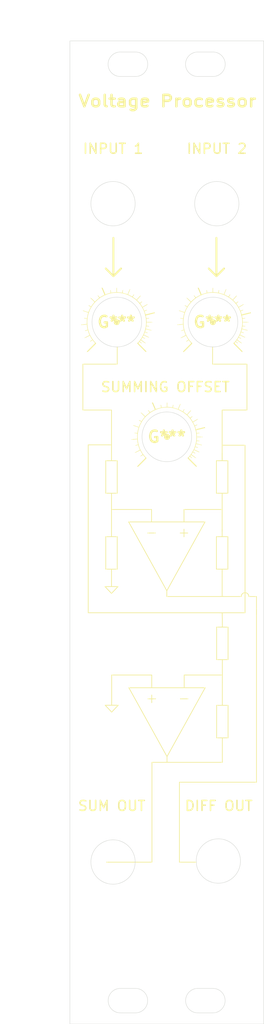
<source format=kicad_pcb>
(kicad_pcb (version 20240108) (generator "pcbnew") (generator_version "8.0")
  (title_block (title "Voltage Processor") (date "2024-07-28") (rev "0.1") (company "joppeboeve.nl"))
  (layers (0 "F.Cu" signal) (31 "B.Cu" signal) (34 "B.Paste" user) (35 "F.Paste" user) (36 "B.SilkS" user "B.Silkscreen") (37 "F.SilkS" user "F.Silkscreen") (38 "B.Mask" user) (39 "F.Mask" user) (44 "Edge.Cuts" user))
  (net 0 "")
  (footprint "LOGO" (layer "F.Cu") (at 66.1 96.75)
    (property "Reference" "G***" (at 0 0 0) (layer "F.SilkS") (effects (font (size 1.5 1.5) (thickness 0.3))))
    (property "Value" "LOGO" (hide yes))
  )
  (footprint "LOGO" (layer "F.Cu") (at 78.7 96.75)
    (property "Reference" "G***" (at 0 0 0) (layer "F.SilkS") (effects (font (size 1.5 1.5) (thickness 0.3))))
    (property "Value" "LOGO" (hide yes))
  )
  (footprint "LOGO" (layer "F.Cu") (at 72.7 111.75)
    (property "Reference" "G***" (at 0 0 0) (layer "F.SilkS") (effects (font (size 1.5 1.5) (thickness 0.3))))
    (property "Value" "LOGO" (hide yes))
  )
  (gr_line (start 65.45 124.125) (end 65.45 122.125) (stroke (width 0.1)) (layer "F.SilkS"))
  (gr_line (start 67.725 144.55) (end 72.725 153.55) (stroke (width 0.1)) (layer "F.SilkS"))
  (gr_line (start 82.95 112.85) (end 82.95 134.75) (stroke (width 0.1)) (layer "F.SilkS"))
  (gr_line (start 80.725 140.875) (end 80.725 136.625) (stroke (width 0.1)) (layer "F.SilkS"))
  (gr_line (start 82.95 134.75) (end 79.95 134.75) (stroke (width 0.1)) (layer "F.SilkS"))
  (gr_line (start 66.2 114.875) (end 64.7 114.875) (stroke (width 0.1)) (layer "F.SilkS"))
  (gr_line (start 84.45 132.625) (end 84.45 134.975) (stroke (width 0.1)) (layer "F.SilkS"))
  (gr_line (start 80.725 151.1) (end 80.725 146.85) (stroke (width 0.1)) (layer "F.SilkS"))
  (gr_line (start 74.975 142.8875) (end 74.975 144.5125) (stroke (width 0.1)) (layer "F.SilkS"))
  (gr_line (start 79.2 124.8) (end 79.2 129.05) (stroke (width 0.1)) (layer "F.SilkS"))
  (gr_line (start 65.7 90.75) (end 66.7 89.75) (stroke (width 0.25)) (layer "F.SilkS"))
  (gr_line (start 77.725 144.55) (end 72.725 153.55) (stroke (width 0.1)) (layer "F.SilkS"))
  (gr_line (start 65.4 112.8) (end 62.4 112.8) (stroke (width 0.1)) (layer "F.SilkS"))
  (gr_line (start 79.975 135.625) (end 79.975 136.625) (stroke (width 0.1)) (layer "F.SilkS"))
  (gr_line (start 67.7 122.875) (end 72.7 131.875) (stroke (width 0.1)) (layer "F.SilkS"))
  (gr_line (start 80.725 146.85) (end 79.225 146.85) (stroke (width 0.1)) (layer "F.SilkS"))
  (gr_line (start 79.95 113.875) (end 79.95 114.875) (stroke (width 0.1)) (layer "F.SilkS"))
  (gr_line (start 66.2 119.125) (end 66.2 114.875) (stroke (width 0.1)) (layer "F.SilkS"))
  (gr_line (start 79.225 151.1) (end 80.725 151.1) (stroke (width 0.1)) (layer "F.SilkS"))
  (gr_line (start 65.475 147.7375) (end 66.325 146.8375) (stroke (width 0.1)) (layer "F.SilkS"))
  (gr_line (start 79.95 108.25) (end 79.95 114.875) (stroke (width 0.1)) (layer "F.SilkS"))
  (gr_line (start 76.55 167.35) (end 74.35 167.35) (stroke (width 0.1)) (layer "F.SilkS"))
  (gr_line (start 70.725 142.8875) (end 65.475 142.8875) (stroke (width 0.1)) (layer "F.SilkS"))
  (gr_line (start 80.725 136.625) (end 79.225 136.625) (stroke (width 0.1)) (layer "F.SilkS"))
  (gr_line (start 79.975 152.05) (end 79.975 154.3) (stroke (width 0.1)) (layer "F.SilkS"))
  (gr_line (start 74.35 167.35) (end 74.35 156.9) (stroke (width 0.1)) (layer "F.SilkS"))
  (gr_line (start 78.7 102.25) (end 78.7 100) (stroke (width 0.1)) (layer "F.SilkS"))
  (gr_line (start 65.45 108.25) (end 65.45 110.75) (stroke (width 0.1)) (layer "F.SilkS"))
  (gr_line (start 79.975 143.875) (end 79.975 141.875) (stroke (width 0.1)) (layer "F.SilkS"))
  (gr_line (start 74.475 146) (end 75.475 146) (stroke (width 0.1)) (layer "F.SilkS"))
  (gr_line (start 70.7 121.25) (end 65.45 121.25) (stroke (width 0.1)) (layer "F.SilkS"))
  (gr_line (start 72.7 131.875) (end 72.7 132.625) (stroke (width 0.1)) (layer "F.SilkS"))
  (gr_line (start 80.7 119.125) (end 80.7 114.875) (stroke (width 0.1)) (layer "F.SilkS"))
  (gr_line (start 79.975 152.1) (end 79.975 151.1) (stroke (width 0.1)) (layer "F.SilkS"))
  (gr_line (start 70.75 167.35) (end 64.799947 167.35) (stroke (width 0.1)) (layer "F.SilkS"))
  (gr_line (start 64.7 119.125) (end 66.2 119.125) (stroke (width 0.1)) (layer "F.SilkS"))
  (gr_line (start 66.2 102.25) (end 66.2 100) (stroke (width 0.1)) (layer "F.SilkS"))
  (gr_line (start 74.95 123.825) (end 74.95 124.825) (stroke (width 0.1)) (layer "F.SilkS"))
  (gr_line (start 70.7 121.25) (end 70.7 122.875) (stroke (width 0.1)) (layer "F.SilkS"))
  (gr_line (start 62.4 134.75) (end 62.4 112.8) (stroke (width 0.1)) (layer "F.SilkS"))
  (gr_line (start 70.75 167.35) (end 70.75 154.3) (stroke (width 0.1)) (layer "F.SilkS"))
  (gr_line (start 83.2 108.25) (end 79.95 108.25) (stroke (width 0.1)) (layer "F.SilkS"))
  (gr_line (start 61.7 108.25) (end 61.7 102.25) (stroke (width 0.1)) (layer "F.SilkS"))
  (gr_line (start 64.625 146.8375) (end 65.475 147.7375) (stroke (width 0.1)) (layer "F.SilkS"))
  (gr_line (start 79.95 124.125) (end 79.95 122.125) (stroke (width 0.1)) (layer "F.SilkS"))
  (gr_line (start 79.975 141.875) (end 79.975 140.875) (stroke (width 0.1)) (layer "F.SilkS"))
  (gr_line (start 65.45 122.125) (end 65.45 120.125) (stroke (width 0.1)) (layer "F.SilkS"))
  (gr_line (start 65.45 132.225) (end 66.3 131.325) (stroke (width 0.1)) (layer "F.SilkS"))
  (gr_line (start 65.45 114.875) (end 65.45 110.75) (stroke (width 0.1)) (layer "F.SilkS"))
  (gr_line (start 79.95 134.75) (end 62.4 134.75) (stroke (width 0.1)) (layer "F.SilkS"))
  (gr_line (start 79.95 132.625) (end 82.45 132.625) (stroke (width 0.1)) (layer "F.SilkS"))
  (gr_line (start 77.7 122.875) (end 72.7 131.875) (stroke (width 0.1)) (layer "F.SilkS"))
  (gr_line (start 72.725 153.55) (end 72.725 154.3) (stroke (width 0.1)) (layer "F.SilkS"))
  (gr_line (start 67.7 122.875) (end 77.7 122.875) (stroke (width 0.1)) (layer "F.SilkS"))
  (gr_line (start 65.475 146.8375) (end 65.475 142.8875) (stroke (width 0.1)) (layer "F.SilkS"))
  (gr_line (start 79.95 120.125) (end 79.95 119.125) (stroke (width 0.1)) (layer "F.SilkS"))
  (gr_line (start 78.7 102.25) (end 83.2 102.25) (stroke (width 0.1)) (layer "F.SilkS"))
  (gr_line (start 74.95 121.25) (end 74.95 122.875) (stroke (width 0.1)) (layer "F.SilkS"))
  (gr_line (start 65.7 90.75) (end 64.7 89.75) (stroke (width 0.25)) (layer "F.SilkS"))
  (gr_line (start 74.45 124.325) (end 75.45 124.325) (stroke (width 0.1)) (layer "F.SilkS"))
  (gr_line (start 70.725 142.8875) (end 70.725 144.5125) (stroke (width 0.1)) (layer "F.SilkS"))
  (gr_line (start 64.6 131.325) (end 66.3 131.325) (stroke (width 0.1)) (layer "F.SilkS"))
  (gr_line (start 79.975 142.8875) (end 74.975 142.8875) (stroke (width 0.1)) (layer "F.SilkS"))
  (gr_line (start 64.625 146.8375) (end 66.325 146.8375) (stroke (width 0.1)) (layer "F.SilkS"))
  (gr_line (start 79.95 123.8) (end 79.95 124.8) (stroke (width 0.1)) (layer "F.SilkS"))
  (gr_line (start 79.225 136.625) (end 79.225 140.875) (stroke (width 0.1)) (layer "F.SilkS"))
  (gr_line (start 65.45 120.125) (end 65.45 119.125) (stroke (width 0.1)) (layer "F.SilkS"))
  (gr_line (start 79.2 90.75) (end 78.2 89.75) (stroke (width 0.25)) (layer "F.SilkS"))
  (gr_line (start 64.7 124.8) (end 64.7 129.05) (stroke (width 0.1)) (layer "F.SilkS"))
  (gr_line (start 79.2 114.875) (end 79.2 119.125) (stroke (width 0.1)) (layer "F.SilkS"))
  (gr_line (start 79.225 146.85) (end 79.225 151.1) (stroke (width 0.1)) (layer "F.SilkS"))
  (gr_line (start 66.2 129.05) (end 66.2 124.8) (stroke (width 0.1)) (layer "F.SilkS"))
  (gr_line (start 79.95 121.25) (end 74.95 121.25) (stroke (width 0.1)) (layer "F.SilkS"))
  (gr_line (start 66.2 124.8) (end 64.7 124.8) (stroke (width 0.1)) (layer "F.SilkS"))
  (gr_line (start 79.2 90.75) (end 80.2 89.75) (stroke (width 0.25)) (layer "F.SilkS"))
  (gr_line (start 79.225 140.875) (end 80.725 140.875) (stroke (width 0.1)) (layer "F.SilkS"))
  (gr_line (start 80.7 129.05) (end 80.7 124.8) (stroke (width 0.1)) (layer "F.SilkS"))
  (gr_line (start 70.2 124.325) (end 71.2 124.325) (stroke (width 0.1)) (layer "F.SilkS"))
  (gr_line (start 84.45 134.374986) (end 84.45 156.9) (stroke (width 0.1)) (layer "F.SilkS"))
  (gr_line (start 83.45 132.625) (end 84.45 132.625) (stroke (width 0.1)) (layer "F.SilkS"))
  (gr_line (start 70.225 146) (end 71.225 146) (stroke (width 0.1)) (layer "F.SilkS"))
  (gr_line (start 80.7 114.875) (end 79.2 114.875) (stroke (width 0.1)) (layer "F.SilkS"))
  (gr_line (start 72.725 154.3) (end 70.75 154.3) (stroke (width 0.1)) (layer "F.SilkS"))
  (gr_line (start 64.7 114.875) (end 64.7 119.125) (stroke (width 0.1)) (layer "F.SilkS"))
  (gr_line (start 74.35 156.9) (end 84.45 156.9) (stroke (width 0.1)) (layer "F.SilkS"))
  (gr_line (start 80.7 124.8) (end 79.2 124.8) (stroke (width 0.1)) (layer "F.SilkS"))
  (gr_line (start 79.95 130.05) (end 79.95 129.05) (stroke (width 0.1)) (layer "F.SilkS"))
  (gr_line (start 65.45 113.875) (end 65.45 114.875) (stroke (width 0.1)) (layer "F.SilkS"))
  (gr_line (start 61.7 108.25) (end 65.45 108.25) (stroke (width 0.1)) (layer "F.SilkS"))
  (gr_line (start 79.2 119.125) (end 80.7 119.125) (stroke (width 0.1)) (layer "F.SilkS"))
  (gr_line (start 64.6 131.325) (end 65.45 132.225) (stroke (width 0.1)) (layer "F.SilkS"))
  (gr_line (start 79.95 112.85) (end 82.95 112.85) (stroke (width 0.1)) (layer "F.SilkS"))
  (gr_arc (start 82.45 132.625) (mid 82.95 132.125) (end 83.45 132.625) (stroke (width 0.1)) (layer "F.SilkS"))
  (gr_line (start 65.45 131.325) (end 65.45 129.05) (stroke (width 0.1)) (layer "F.SilkS"))
  (gr_line (start 79.2 129.05) (end 80.7 129.05) (stroke (width 0.1)) (layer "F.SilkS"))
  (gr_line (start 83.2 108.25) (end 83.2 102.25) (stroke (width 0.1)) (layer "F.SilkS"))
  (gr_line (start 65.7 85.75) (end 65.7 90.75) (stroke (width 0.25)) (layer "F.SilkS"))
  (gr_line (start 79.95 134.75) (end 79.975 135.625) (stroke (width 0.1)) (layer "F.SilkS"))
  (gr_line (start 64.7 129.05) (end 66.2 129.05) (stroke (width 0.1)) (layer "F.SilkS"))
  (gr_line (start 79.95 130.05) (end 79.95 132.625) (stroke (width 0.1)) (layer "F.SilkS"))
  (gr_line (start 72.7 132.625) (end 79.95 132.625) (stroke (width 0.1)) (layer "F.SilkS"))
  (gr_line (start 79.975 145.8) (end 79.975 143.8) (stroke (width 0.1)) (layer "F.SilkS"))
  (gr_line (start 79.975 145.85) (end 79.975 146.85) (stroke (width 0.1)) (layer "F.SilkS"))
  (gr_line (start 79.95 122.125) (end 79.95 120.125) (stroke (width 0.1)) (layer "F.SilkS"))
  (gr_line (start 72.725 154.3) (end 79.975 154.3) (stroke (width 0.1)) (layer "F.SilkS"))
  (gr_line (start 70.725 145.5) (end 70.725 146.5) (stroke (width 0.1)) (layer "F.SilkS"))
  (gr_line (start 65.45 123.8) (end 65.45 124.8) (stroke (width 0.1)) (layer "F.SilkS"))
  (gr_line (start 67.725 144.55) (end 77.725 144.55) (stroke (width 0.1)) (layer "F.SilkS"))
  (gr_line (start 79.2 85.75) (end 79.2 90.75) (stroke (width 0.25)) (layer "F.SilkS"))
  (gr_line (start 66.2 102.25) (end 61.7 102.25) (stroke (width 0.1)) (layer "F.SilkS"))
  (gr_arc (start 68.6 61.45) (mid 70.2 63.05) (end 68.6 64.65) (stroke (width 0.05)) (layer "Edge.Cuts"))
  (gr_circle (center 72.7 111.75) (end 75.95 111.75) (stroke (width 0.05)) (fill none) (layer "Edge.Cuts"))
  (gr_line (start 66.6 187.05) (end 68.6 187.05) (stroke (width 0.05)) (layer "Edge.Cuts"))
  (gr_line (start 85.4 60) (end 85.4 188.5) (stroke (width 0.05)) (layer "Edge.Cuts"))
  (gr_line (start 76.75 64.65) (end 78.75 64.65) (stroke (width 0.05)) (layer "Edge.Cuts"))
  (gr_line (start 60 60) (end 85.4 60) (stroke (width 0.05)) (layer "Edge.Cuts"))
  (gr_line (start 76.75 187.05) (end 78.75 187.05) (stroke (width 0.05)) (layer "Edge.Cuts"))
  (gr_arc (start 76.75 187.05) (mid 75.15 185.45) (end 76.75 183.85) (stroke (width 0.05)) (layer "Edge.Cuts"))
  (gr_line (start 78.75 61.45) (end 76.75 61.45) (stroke (width 0.05)) (layer "Edge.Cuts"))
  (gr_circle (center 79.45 167.2) (end 82.35 167.2) (stroke (width 0.05)) (fill none) (layer "Edge.Cuts"))
  (gr_circle (center 79.25 81.275) (end 82.15 81.275) (stroke (width 0.05)) (fill none) (layer "Edge.Cuts"))
  (gr_arc (start 68.6 183.85) (mid 70.2 185.45) (end 68.6 187.05) (stroke (width 0.05)) (layer "Edge.Cuts"))
  (gr_circle (center 78.75 96.75) (end 82 96.75) (stroke (width 0.05)) (fill none) (layer "Edge.Cuts"))
  (gr_line (start 60 188.5) (end 85.4 188.5) (stroke (width 0.05)) (layer "Edge.Cuts"))
  (gr_line (start 68.6 61.45) (end 66.6 61.45) (stroke (width 0.05)) (layer "Edge.Cuts"))
  (gr_arc (start 66.6 64.65) (mid 65 63.05) (end 66.6 61.45) (stroke (width 0.05)) (layer "Edge.Cuts"))
  (gr_circle (center 65.649999 167.330612) (end 68.549999 167.330612) (stroke (width 0.05)) (fill none) (layer "Edge.Cuts"))
  (gr_line (start 66.6 64.65) (end 68.6 64.65) (stroke (width 0.05)) (layer "Edge.Cuts"))
  (gr_circle (center 65.65 81.275) (end 68.55 81.275) (stroke (width 0.05)) (fill none) (layer "Edge.Cuts"))
  (gr_circle (center 66.15 96.75) (end 69.4 96.75) (stroke (width 0.05)) (fill none) (layer "Edge.Cuts"))
  (gr_arc (start 78.75 61.45) (mid 80.35 63.05) (end 78.75 64.65) (stroke (width 0.05)) (layer "Edge.Cuts"))
  (gr_arc (start 78.75 183.85) (mid 80.35 185.45) (end 78.75 187.05) (stroke (width 0.05)) (layer "Edge.Cuts"))
  (gr_line (start 68.6 183.85) (end 66.6 183.85) (stroke (width 0.05)) (layer "Edge.Cuts"))
  (gr_line (start 78.75 183.85) (end 76.75 183.85) (stroke (width 0.05)) (layer "Edge.Cuts"))
  (gr_arc (start 76.75 64.65) (mid 75.15 63.05) (end 76.75 61.45) (stroke (width 0.05)) (layer "Edge.Cuts"))
  (gr_line (start 60 60) (end 60 188.5) (stroke (width 0.05)) (layer "Edge.Cuts"))
  (gr_arc (start 66.6 187.05) (mid 65 185.45) (end 66.6 183.85) (stroke (width 0.05)) (layer "Edge.Cuts"))
  (gr_text "DIFF OUT" (at 74.95 160.75 0) (layer "F.SilkS") (effects (font (size 1.3 1.3) (thickness 0.2)) (justify left bottom)))
  (gr_text "INPUT 2" (at 75.2 74.85 0) (layer "F.SilkS") (effects (font (size 1.3 1.3) (thickness 0.2)) (justify left bottom)))
  (gr_text "SUM OUT" (at 60.95 160.75 0) (layer "F.SilkS") (effects (font (size 1.3 1.3) (thickness 0.2)) (justify left bottom)))
  (gr_text "SUMMING OFFSET" (at 63.95 106 0) (layer "F.SilkS") (effects (font (size 1.3 1.3) (thickness 0.2)) (justify left bottom)))
  (gr_text "INPUT 1" (at 61.6 74.85 0) (layer "F.SilkS") (effects (font (size 1.3 1.3) (thickness 0.2)) (justify left bottom)))
  (gr_text "Voltage Processor" (at 60.95 68.75 0) (layer "F.SilkS") (effects (font (size 1.5 1.7) (thickness 0.325) (bold yes)) (justify left bottom)))
)
</source>
